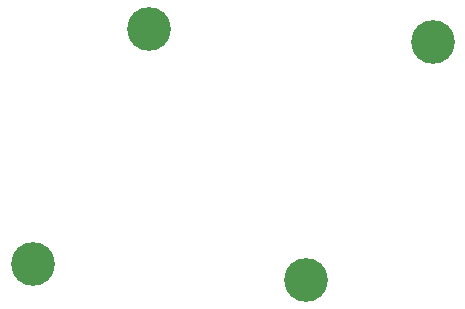
<source format=gbs>
G04 #@! TF.FileFunction,Soldermask,Bot*
%FSLAX46Y46*%
G04 Gerber Fmt 4.6, Leading zero omitted, Abs format (unit mm)*
G04 Created by KiCad (PCBNEW 4.0.7-e2-6376~61~ubuntu18.04.1) date Wed May 30 21:50:51 2018*
%MOMM*%
%LPD*%
G01*
G04 APERTURE LIST*
%ADD10C,0.100000*%
%ADD11C,3.700000*%
G04 APERTURE END LIST*
D10*
D11*
X123150000Y-90400000D03*
X147200000Y-91500000D03*
X136450000Y-111650000D03*
X113350000Y-110300000D03*
M02*

</source>
